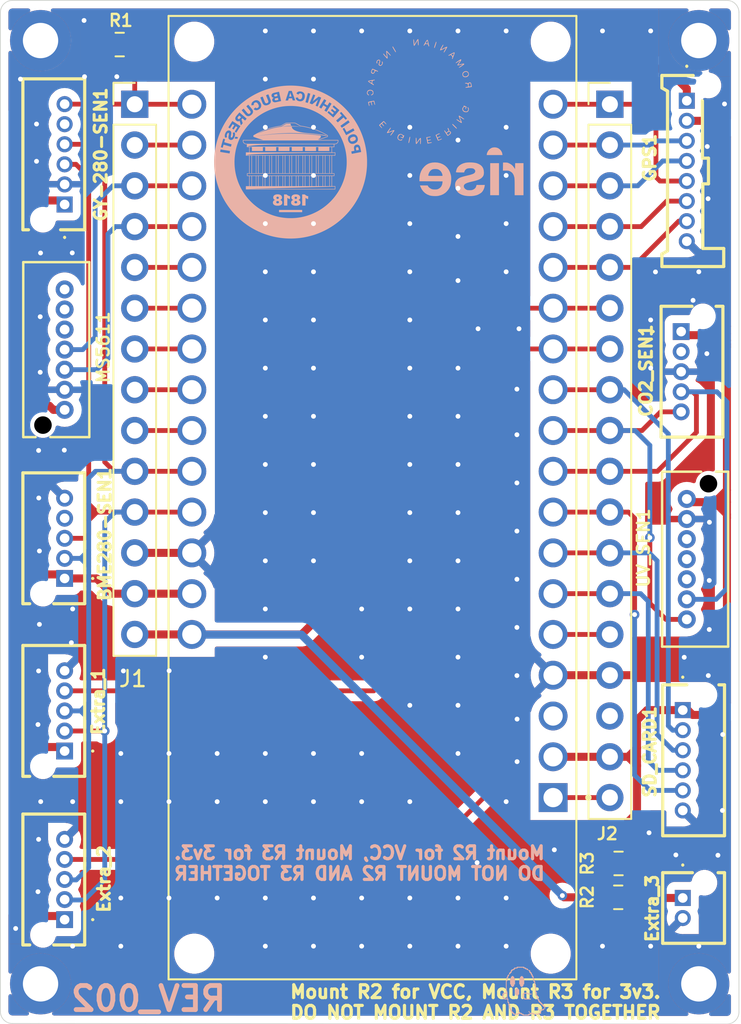
<source format=kicad_pcb>
(kicad_pcb (version 20240108) (generator "pcbnew") (generator_version "8.0")
  (layers (0 "F.Cu" signal) (31 "B.Cu" signal) (34 "B.Paste" user) (35 "F.Paste" user) (36 "B.SilkS" user "B.Silkscreen") (37 "F.SilkS" user "F.Silkscreen") (38 "B.Mask" user) (39 "F.Mask" user) (44 "Edge.Cuts" user))
  (net 0 "")
  (net 1 "A1")
  (net 2 "D11")
  (net 3 "SCL")
  (net 4 "A0")
  (net 5 "GND")
  (net 6 "SDA")
  (net 7 "A4")
  (net 8 "A3")
  (net 10 "SCK")
  (net 11 "3V3")
  (net 12 "MISO")
  (net 13 "A2")
  (net 14 "SCL_1")
  (net 15 "SDA_1")
  (net 16 "TX")
  (net 17 "VCC")
  (net 18 "RESET")
  (net 19 "RX")
  (net 20 "EN")
  (net 21 "MOSI")
  (net 22 "3Vo")
  (net 23 "SDO")
  (net 24 "CSB")
  (net 25 "PS")
  (net 27 "LED")
  (net 28 "INT")
  (net 30 "D5_TP2")
  (net 31 "D10_SDO")
  (net 32 "D9_CS")
  (net 33 "D6")
  (net 34 "D7")
  (net 35 "D3-TP1")
  (net 36 "D2_RST")
  (net 37 "D12_SDA")
  (net 38 "D13_SCL")
  (net 39 "CSB_1")
  (net 40 "3Vo_1")
  (net 41 "Net-(Extra_3-Pad1)")
  (footprint "Connector_PinHeader_2.54mm:PinHeader_1x14_P2.54mm_Vertical" (layer "F.Cu") (at 118.618 29.718)
    (property "Reference" "J1")
    (property "Value" "Conn_01x14_Pin" (hide yes))
  )
  (footprint "MountingHole:MountingHole_2.2mm_M2_DIN965_Pad" (layer "F.Cu") (at 112.75 25.75)
    (property "Reference" "H2" (hide yes))
    (property "Value" "MountingHole_Pad" (hide yes))
  )
  (footprint "SamacSys_Parts:2200970571" (layer "F.Cu") (at 114.25 80.5 -90)
    (property "Reference" "Extra_2")
    (property "Value" "Extra_2" (hide yes))
  )
  (footprint "SamacSys_Parts:2200970671" (layer "F.Cu") (at 114.25 35.96 -90)
    (property "Reference" "GY-280-SEN1")
    (property "Value" "GY-280-SEN" (hide yes))
  )
  (footprint "SamacSys_Parts:2200970871" (layer "F.Cu") (at 153 29.5 -90)
    (property "Reference" "GPS1")
    (property "Value" "GPS" (hide yes))
  )
  (footprint "Capacitor_SMD:C_0805_2012Metric" (layer "F.Cu") (at 148.73 79.11)
    (property "Reference" "R2")
    (property "Value" "0ohm" (hide yes))
  )
  (footprint "MountingHole:MountingHole_2.2mm_M2_DIN965_Pad" (layer "F.Cu") (at 153.75 84.5)
    (property "Reference" "H4" (hide yes))
    (property "Value" "MountingHole_Pad" (hide yes))
  )
  (footprint "DFR0654 (1):MODULE_DFR0654" (layer "F.Cu") (at 133.424 54.218 180)
    (property "Reference" "U1" (hide yes))
    (property "Value" "DFR0654" (hide yes))
  )
  (footprint "ul_2200970771:CONN_2200970000-SD_07_MOL" (layer "F.Cu") (at 153 54.3 -90)
    (property "Reference" "UV_SEN1")
    (property "Value" "UV_SEN" (hide yes))
  )
  (footprint "Connector_PinHeader_2.54mm:PinHeader_1x18_P2.54mm_Vertical" (layer "F.Cu") (at 148.209 29.718)
    (property "Reference" "J2")
    (property "Value" "Conn_01x18_Pin" (hide yes))
  )
  (footprint "SamacSys_Parts:2200970671" (layer "F.Cu") (at 152.75 67.45 90)
    (property "Reference" "SD_CARD1")
    (property "Value" "SD_CARD" (hide yes))
  )
  (footprint "SamacSys_Parts:2200970571" (layer "F.Cu") (at 152.65 43.875 90)
    (property "Reference" "CO2_SEN1")
    (property "Value" "CO2_SEN" (hide yes))
  )
  (footprint "SamacSys_Parts:2200970271" (layer "F.Cu") (at 152.75 79.15 90)
    (property "Reference" "Extra_3")
    (property "Value" "Extra_3" (hide yes))
  )
  (footprint "Capacitor_SMD:C_0805_2012Metric" (layer "F.Cu") (at 117.68 26)
    (property "Reference" "R1")
    (property "Value" "10k (DNM)" (hide yes))
  )
  (footprint "SamacSys_Parts:2200970571" (layer "F.Cu") (at 114.25 59.25 -90)
    (property "Reference" "BME280-SEN1")
    (property "Value" "BME280-SEN" (hide yes))
  )
  (footprint "MountingHole:MountingHole_2.2mm_M2_DIN965_Pad" (layer "F.Cu") (at 153.75 25.75)
    (property "Reference" "H1" (hide yes))
    (property "Value" "MountingHole_Pad" (hide yes))
  )
  (footprint "SamacSys_Parts:2200970571" (layer "F.Cu") (at 114.25 70 -90)
    (property "Reference" "Extra_1")
    (property "Value" "Extra_1" (hide yes))
  )
  (footprint "ul_2200970771:CONN_2200970000-SD_07_MOL" (layer "F.Cu") (at 114.25 48.75 90)
    (property "Reference" "MS5611")
    (property "Value" "MS5611" (hide yes))
  )
  (footprint "Capacitor_SMD:C_0805_2012Metric" (layer "F.Cu") (at 148.75 77)
    (property "Reference" "R3")
    (property "Value" "0ohm" (hide yes))
  )
  (footprint "MountingHole:MountingHole_2.2mm_M2_DIN965_Pad" (layer "F.Cu") (at 112.75 84.5)
    (property "Reference" "H3" (hide yes))
    (property "Value" "MountingHole_Pad" (hide yes))
  )
  (footprint "RISE_LOGO:RISE_LOGO" (layer "B.Cu") (at 137.95 30.55 180)
    (property "Reference" "G***" (hide yes))
    (property "Value" "LOGO" (hide yes))
  )
  (footprint "UPB_LOGO:UPB_LOGO" (layer "B.Cu") (at 128.35 33.35 180)
    (property "Reference" "G***" (hide yes))
    (property "Value" "LOGO" (hide yes))
  )
  (footprint "SPOOKY_LOGO:SPOOKY_LOGO" (layer "B.Cu") (at 142.739074 84.991249 180)
    (property "Reference" "G***" (hide yes))
    (property "Value" "LOGO" (hide yes))
  )
  (gr_line (start 114.3 34.7) (end 112.75 34.7) (stroke (width 0.4)) (layer "F.Cu") (net 5))
  (gr_line (start 154.3 55.55) (end 151.75 55.55) (stroke (width 0.4)) (layer "F.Cu") (net 5))
  (gr_line (start 152.85 46.375) (end 154.1 46.375) (stroke (width 0.4)) (layer "F.Cu") (net 5))
  (gr_line (start 114.25 47.5) (end 112.975 47.5) (stroke (width 0.4)) (layer "F.Cu") (net 5))
  (gr_line (start 152.85 46.375) (end 151.675 46.375) (stroke (width 0.4)) (layer "F.Cu") (net 5))
  (gr_line (start 112.975 47.5) (end 115.525 47.5) (stroke (width 0.4)) (layer "B.Cu") (net 5))
  (gr_line (start 112.975 34.7) (end 115.525 34.7) (stroke (width 0.4)) (layer "B.Cu") (net 5))
  (gr_line (start 153 55.55) (end 154.3 55.55) (stroke (width 0.4)) (layer "B.Cu") (net 5))
  (gr_line (start 152.925 46.375) (end 154.1 46.375) (stroke (width 0.4)) (layer "B.Cu") (net 5))
  (gr_line (start 152.5 46.375) (end 151.25 46.375) (stroke (width 0.4)) (layer "B.Cu") (net 5))
  (gr_arc (start 110.25 24) (mid 110.46967 23.46967) (end 111 23.25) (stroke (width 0.05)) (layer "Edge.Cuts"))
  (gr_arc (start 156.25 86.25) (mid 156.03033 86.78033) (end 155.5 87) (stroke (width 0.05)) (layer "Edge.Cuts"))
  (gr_line (start 156.25 24) (end 156.25 86.25) (stroke (width 0.05)) (layer "Edge.Cuts"))
  (gr_arc (start 155.5 23.25) (mid 156.03033 23.46967) (end 156.25 24) (stroke (width 0.05)) (layer "Edge.Cuts"))
  (gr_line (start 155.5 87) (end 111 86.96967) (stroke (width 0.05)) (layer "Edge.Cuts"))
  (gr_arc (start 111 86.96967) (mid 110.46967 86.75) (end 110.25 86.21967) (stroke (width 0.05)) (layer "Edge.Cuts"))
  (gr_line (start 110.25 86.21967) (end 110.25 24) (stroke (width 0.05)) (layer "Edge.Cuts"))
  (gr_line (start 111 23.25) (end 155.5 23.25) (stroke (width 0.05)) (layer "Edge.Cuts"))
  (gr_text "Mount R2 for VCC, Mount R3 for 3v3.\nDO NOT MOUNT R2 AND R3 TOGETHER " (at 144.25 78.1 0) (layer "B.SilkS") (effects (font (size 0.8 0.8) (thickness 0.2) (bold yes)) (justify left bottom mirror)))
  (gr_text "REV_002" (at 124.45 86.3 0) (layer "B.SilkS") (effects (font (size 1.5 1.5) (thickness 0.3) (bold yes)) (justify left bottom mirror)))
  (gr_text "Mount R2 for VCC, Mount R3 for 3v3.\nDO NOT MOUNT R2 AND R3 TOGETHER " (at 128.2 86.75 0) (layer "F.SilkS") (effects (font (size 0.8 0.8) (thickness 0.2) (bold yes)) (justify left bottom)))
  (segment (start 122.174 42.418) (end 118.618 42.418) (width 0.3) (layer "F.Cu") (net 1))
  (segment (start 122.174 32.258) (end 118.618 32.258) (width 0.3) (layer "F.Cu") (net 2))
  (segment (start 144.674 52.578) (end 148.209 52.578) (width 0.3) (layer "F.Cu") (net 3))
  (segment (start 148.209 52.578) (end 151.172 52.578) (width 0.3) (layer "F.Cu") (net 3))
  (segment (start 153.375 47.625) (end 152.65 47.625) (width 0.3) (layer "F.Cu") (net 3))
  (segment (start 153.6 47.85) (end 153.375 47.625) (width 0.3) (layer "F.Cu") (net 3))
  (segment (start 151.172 52.578) (end 153.6 50.15) (width 0.3) (layer "F.Cu") (net 3))
  (segment (start 153.6 50.15) (end 153.6 47.85) (width 0.3) (layer "F.Cu") (net 3))
  (segment (start 154.875 47.625) (end 152.65 47.625) (width 0.3) (layer "B.Cu") (net 3))
  (segment (start 155.5 48.25) (end 154.875 47.625) (width 0.3) (layer "B.Cu") (net 3))
  (segment (start 154.82 60.55) (end 155.5 59.87) (width 0.3) (layer "B.Cu") (net 3))
  (segment (start 155.5 59.87) (end 155.5 48.25) (width 0.3) (layer "B.Cu") (net 3))
  (segment (start 153 60.55) (end 154.82 60.55) (width 0.3) (layer "B.Cu") (net 3))
  (segment (start 122.174 39.878) (end 118.618 39.878) (width 0.3) (layer "F.Cu") (net 4))
  (segment (start 122.174 57.658) (end 118.618 57.658) (width 0.5) (layer "F.Cu") (net 5))
  (segment (start 144.674 65.278) (end 148.209 65.278) (width 0.5) (layer "F.Cu") (net 5))
  (via (at 153.39 41.93) (size 0.6) (drill 0.3) (layers "F.Cu" "B.Cu") (net 5))
  (via (at 152.32 76.47) (size 0.6) (drill 0.3) (layers "F.Cu" "B.Cu") (net 5))
  (via (at 154.4 59.375) (size 0.6) (drill 0.3) (layers "F.Cu" "B.Cu") (net 5))
  (via (at 147.75 82.15175) (size 0.6) (drill 0.3) (layers "F.Cu" "B.Cu") (net 5))
  (via (at 126.75 37.15175) (size 0.6) (drill 0.3) (layers "F.Cu" "B.Cu") (net 5))
  (via (at 135.75 52.15175) (size 0.6) (drill 0.3) (layers "F.Cu" "B.Cu") (net 5))
  (via (at 129.75 49.15175) (size 0.6) (drill 0.3) (layers "F.Cu" "B.Cu") (net 5))
  (via (at 117.5 28) (size 0.6) (drill 0.3) (layers "F.Cu" "B.Cu") (net 5))
  (via (at 151.05 40.16) (size 0.6) (drill 0.3) (layers "F.Cu" "B.Cu") (net 5))
  (via (at 129.75 31.15175) (size 0.6) (drill 0.3) (layers "F.Cu" "B.Cu") (net 5))
  (via (at 129.75 28.15175) (size 0.6) (drill 0.3) (layers "F.Cu" "B.Cu") (net 5))
  (via (at 141.75 79.15175) (size 0.6) (drill 0.3) (layers "F.Cu" "B.Cu") (net 5))
  (via (at 142.43 68.01) (size 0.6) (drill 0.3) (layers "F.Cu" "B.Cu") (net 5))
  (via (at 126.75 43.15175) (size 0.6) (drill 0.3) (layers "F.Cu" "B.Cu") (net 5))
  (via (at 126.75 34.15175) (size 0.6) (drill 0.3) (layers "F.Cu" "B.Cu") (net 5))
  (via (at 123.75 79.15175) (size 0.6) (drill 0.3) (layers "F.Cu" "B.Cu") (net 5))
  (via (at 114.23 51.26) (size 0.6) (drill 0.3) (layers "F.Cu" "B.Cu") (net 5))
  (via (at 112.73 46.41) (size 0.6) (drill 0.3) (layers "F.Cu" "B.Cu") (net 5))
  (via (at 142.42 47.46) (size 0.6) (drill 0.3) (layers "F.Cu" "B.Cu") (net 5))
  (via (at 112.63 65.01) (size 0.6) (drill 0.3) (layers "F.Cu" "B.Cu") (net 5))
  (via (at 112.68 57.54) (size 0.6) (drill 0.3) (layers "F.Cu" "B.Cu") (net 5))
  (via (at 112.5 33.27) (size 0.6) (drill 0.3) (layers "F.Cu" "B.Cu") (net 5))
  (via (at 154.94 76.49) (size 0.6) (drill 0.3) (layers "F.Cu" "B.Cu") (net 5))
  (via (at 129.75 70.15175) (size 0.6) (drill 0.3) (layers "F.Cu" "B.Cu") (net 5))
  (via (at 117.75 73.15175) (size 0.6) (drill 0.3) (layers "F.Cu" "B.Cu") (net 5))
  (via (at 126.75 58.15175) (size 0.6) (drill 0.3) (layers "F.Cu" "B.Cu") (net 5))
  (via (at 126.75 61.15175) (size 0.6) (drill 0.3) (layers "F.Cu" "B.Cu") (net 5))
  (via (at 138.75 67.15175) (size 0.6) (drill 0.3) (layers "F.Cu" "B.Cu") (net 5))
  (via (at 142.42 65.3) (size 0.6) (drill 0.3) (layers "F.Cu" "B.Cu") (net 5))
  (via (at 112.76 73.15) (size 0.6) (drill 0.3) (layers "F.Cu" "B.Cu") (net 5))
  (via (at 142.42 56.3) (size 0.6) (drill 0.3) (layers "F.Cu" "B.Cu") (net 5))
  (via (at 126.75 73.15175) (size 0.6) (drill 0.3) (layers "F.Cu" "B.Cu") (net 5))
  (via (at 139.94 76.95) (size 0.6) (drill 0.3) (layers "F.Cu" "B.Cu") (net 5))
  (via (at 132.75 64.15175) (size 0.6) (drill 0.3) (layers "F.Cu" "B.Cu") (net 5))
  (via (at 154.25 45.25) (size 0.6) (drill 0.3) (layers "F.Cu" "B.Cu") (net 5))
  (via (at 154.4 62.43) (size 0.6) (drill 0.3) (layers "F.Cu" "B.Cu") (net 5))
  (via (at 129.75 52.15175) (size 0.6) (drill 0.3) (layers "F.Cu" "B.Cu") (net 5))
  (via (at 112.59 68.35) (size 0.6) (drill 0.3) (layers "F.Cu" "B.Cu") (net 5))
  (via (at 126.75 79.15175) (size 0.6) (drill 0.3) (layers "F.Cu" "B.Cu") (net 5))
  (via (at 135.75 43.15175) (size 0.6) (drill 0.3) (layers "F.Cu" "B.Cu") (net 5))
  (via (at 114.75 61.15175) (size 0.6) (drill 0.3) (layers "F.Cu" "B.Cu") (net 5))
  (via (at 120.75 79.15175) (size 0.6) (drill 0.3) (layers "F.Cu" "B.Cu") (net 5))
  (via (at 117.75 79.15175) (size 0.6) (drill 0.3) (layers "F.Cu" "B.Cu") (net 5))
  (via (at 111.2 81.05) (size 0.6) (drill 0.3) (layers "F.Cu" "B.Cu") (net 5))
  (via (at 153.75 82.15175) (size 0.6) (drill 0.3) (layers "F.Cu" "B.Cu") (net 5))
  (via (at 129.75 79.15175) (size 0.6) (drill 0.3) (layers "F.Cu" "B.Cu") (net 5))
  (via (at 112.64 54.24) (size 0.6) (drill 0.3) (layers "F.Cu" "B.Cu") (net 5))
  (via (at 142.42 62.3) (size 0.6) (drill 0.3) (layers "F.Cu" "B.Cu") (net 5))
  (via (at 112.59 78.76) (size 0.6) (drill 0.3) (layers "F.Cu" "B.Cu") (net 5))
  (via (at 135.75 82.15175) (size 0.6) (drill 0.3) (layers "F.Cu" "B.Cu") (net 5))
  (via (at 150.75 82.15175) (size 0.6) (drill 0.3) (layers "F.Cu" "B.Cu") (net 5))
  (via (at 138.75 79.15175) (size 0.6) (drill 0.3) (layers "F.Cu" "B.Cu") (net 5))
  (via (at 132.75 79.15175) (size 0.6) (drill 0.3) (layers "F.Cu" "B.Cu") (net 5))
  (via (at 155.24 68.97) (size 0.6) (drill 0.3) (layers "F.Cu" "B.Cu") (net 5))
  (via (at 150.65 75.09) (size 0.6) (drill 0.3) (layers "F.Cu" "B.Cu") (net 5))
  (via (at 129.75 34.15175) (size 0.6) (drill 0.3) (layers "F.Cu" "B.Cu") (net 5))
  (via (at 112.63 75.5) (size 0.6) (drill 0.3) (layers "F.Cu" "B.Cu") (net 5))
  (via (at 112.73 42.95) (size 0.6) (drill 0.3) (layers "F.Cu" "B.Cu") (net 5))
  (via (at 153.75 40.15175) (size 0.6) (drill 0.3) (layers "F.Cu" "B.Cu") (net 5))
  (via (at 117.75 70.15175) (size 0.6) (drill 0.3) (layers "F.Cu" "B.Cu") (net 5))
  (via (at 141.75 34.15175) (size 0.6) (drill 0.3) (layers "F.Cu" "B.Cu") (net 5))
  (via (at 114.725 38.975) (size 0.6) (drill 0.3) (layers "F.Cu" "B.Cu") (net 5))
  (via (at 154.275 32.35) (size 0.6) (drill 0.3) (layers "F.Cu" "B.Cu") (net 5))
  (via (at 142.43 70.66) (size 0.6) (drill 0.3) (layers "F.Cu" "B.Cu") (net 5))
  (via (at 138.75 34.95) (size 0.6) (drill 0.3) (layers "F.Cu" "B.Cu") (net 5))
  (via (at 120.75 73.15175) (size 0.6) (drill 0.3) (layers "F.Cu" "B.Cu") (net 5))
  (via (at 135.75 25.15175) (size 0.6) (drill 0.3) (layers "F.Cu" "B.Cu") (net 5))
  (via (at 132.75 82.15175) (size 0.6) (drill 0.3) (layers "F.Cu" "B.Cu") (net 5))
  (via (at 141.75 82.15175) (size 0.6) (drill 0.3) (layers "F.Cu" "B.Cu") (net 5))
  (via (at 138.75 25.15175) (size 0.6) (drill 0.3) (layers "F.Cu" "B.Cu") (net 5))
  (via (at 129.75 58.15175) (size 0.6) (drill 0.3) (layers "F.Cu" "B.Cu") (net 5))
  (via (at 120.75 70.15175) (size 0.6) (drill 0.3) (layers "F.Cu" "B.Cu") (net 5))
  (via (at 117.91 65.01) (size 0.6) (drill 0.3) (layers "F.Cu" "B.Cu") (net 5))
  (via (at 141.75 40.15175) (size 0.6) (drill 0.3) (layers "F.Cu" "B.Cu") (net 5))
  (via (at 112.75 38.98) (size 0.6) (drill 0.3) (layers "F.Cu" "B.Cu") (net 5))
  (via (at 120.76 65) (size 0.6) (drill 0.3) (layers "F.Cu" "B.Cu") (net 5))
  (via (at 111.5 28.15175) (size 0.6) (drill 0.3) (layers "F.Cu" "B.Cu") (net 5))
  (via (at 135.75 55.15175) (size 0.6) (drill 0.3) (layers "F.Cu" "B.Cu") (net 5))
  (via (at 135.75 46.15175) (size 0.6) (drill 0.3) (layers "F.Cu" "B.Cu") (net 5))
  (via (at 115.49 28) (size 0.6) (drill 0.3) (layers "F.Cu" "B.Cu") (net 5))
  (via (at 129.75 82.15175) (size 0.6) (drill 0.3) (layers "F.Cu" "B.Cu") (net 5))
  (via (at 138.75 61.15175) (size 0.6) (drill 0.3) (layers "F.Cu" "B.Cu") (net 5))
  (via (at 150.75 46.15175) (size 0.6) (drill 0.3) (layers "F.Cu" "B.Cu") (net 5))
  (via (at 114.75 82.15175) (size 0.6) (drill 0.3) (layers "F.Cu" "B.Cu") (net 5))
  (via (at 126.75 31.15175) (size 0.6) (drill 0.3) (layers "F.Cu" "B.Cu") (net 5))
  (via (at 154.325 35.6) (size 0.6) (drill 0.3) (layers "F.Cu" "B.Cu") (net 5))
  (via (at 114.75 73.15175) (size 0.6) (drill 0.3) (layers "F.Cu" "B.Cu") (net 5))
  (via (at 115.46 24.5) (size 0.6) (drill 0.3) (layers "F.Cu" "B.Cu") (net 5))
  (via (at 147.75 25.15175) (size 0.6) (drill 0.3) (layers "F.Cu" "B.Cu") (net 5))
  (via (at 126.75 28.15175) (size 0.6) (drill 0.3) (layers "F.Cu" "B.Cu") (net 5))
  (via (at 138.75 55.15175) (size 0.6) (drill 0.3) (layers "F.Cu" "B.Cu") (net 5))
  (via (at 132.75 25.15175) (size 0.6) (drill 0.3) (layers "F.Cu" "B.Cu") (net 5))
  (via (at 138.75 70.15175) (size 0.6) (drill 0.3) (layers "F.Cu" "B.Cu") (net 5))
  (via (at 129.75 73.15175) (size 0.6) (drill 0.3) (layers "F.Cu" "B.Cu") (net 5))
  (via (at 142.42 59.3) (size 0.6) (drill 0.3) (layers "F.Cu" "B.Cu") (net 5))
  (via (at 135.75 79.15175) (size 0.6) (drill 0.3) (layers "F.Cu" "B.Cu") (net 5))
  (via (at 141.75 73.15175) (size 0.6) (drill 0.3) (layers "F.Cu" "B.Cu") (net 5))
  (via (at 141.75 25.15175) (size 0.6) (drill 0.3) (layers "F.Cu" "B.Cu") (net 5))
  (via (at 129.75 46.15175) (size 0.6) (drill 0.3) (layers "F.Cu" "B.Cu") (net 5))
  (via (at 150.75 43.15175) (size 0.6) (drill 0.3) (layers "F.Cu" "B.Cu") (net 5))
  (via (at 138.75 49.15175) (size 0.6) (drill 0.3) (layers "F.Cu" "B.Cu") (net 5))
  (via (at 138.75 37.95) (size 0.6) (drill 0.3) (layers "F.Cu" "B.Cu") (net 5))
  (via (at 126.75 70.15175) (size 0.6) (drill 0.3) (layers "F.Cu" "B.Cu") (net 5))
  (via (at 132.75 61.15175) (size 0.6) (drill 0.3) (layers "F.Cu" "B.Cu") (net 5))
  (via (at 135.75 37.15175) (size 0.6) (drill 0.3) (layers "F.Cu" "B.Cu") (net 5))
  (via (at 129.75 55.15175) (size 0.6) (drill 0.3) (layers "F.Cu" "B.Cu") (net 5))
  (via (at 129.75 37.15175) (size 0.6) (drill 0.3) (layers "F.Cu" "B.Cu") (net 5))
  (via (at 135.75 58.15175) (size 0.6) (drill 0.3) (layers "F.Cu" "B.Cu") (net 5))
  (via (at 142.42 53.3) (size 0.6) (drill 0.3) (layers "F.Cu" "B.Cu") (net 5))
  (via (at 132.75 73.15175) (size 0.6) (drill 0.3) (layers "F.Cu" "B.Cu") (net 5))
  (via (at 126.75 55.15175) (size 0.6) (drill 0.3) (layers "F.Cu" "B.Cu") (net 5))
  (via (at 135.75 61.15175) (size 0.6) (drill 0.3) (layers "F.Cu" "B.Cu") (net 5))
  (via (at 138.75 40.7) (size 0.6) (drill 0.3) (layers "F.Cu" "B.Cu") (net 5))
  (via (at 132.75 70.15175) (size 0.6) (drill 0.3) (layers "F.Cu" "B.Cu") (net 5))
  (via (at 138.75 82.15175) (size 0.6) (drill 0.3) (layers "F.Cu" "B.Cu") (net 5))
  (via (at 126.75 64.15175) (size 0.6) (drill 0.3) (layers "F.Cu" "B.Cu") (net 5))
  (via (at 155.35 29.7) (size 0.6) (drill 0.3) (layers "F.Cu" "B.Cu") (net 5))
  (via (at 138.75 58.15175) (size 0.6) (drill 0.3) (layers "F.Cu" "B.Cu") (net 5))
  (via (at 129.75 40.15175) (size 0.6) (drill 0.3) (layers "F.Cu" "B.Cu") (net 5))
  (via (at 126.75 82.15175) (size 0.6) (drill 0.3) (layers "F.Cu" "B.Cu") (net 5))
  (via (at 135.75 31.15175) (size 0.6) (drill 0.3) (layers "F.Cu" "B.Cu") (net 5))
  (via (at 138.75 64.15175) (size 0.6) (drill 0.3) (layers "F.Cu" "B.Cu") (net 5))
  (via (at 135.75 40.15175) (size 0.6) (drill 0.3) (layers "F.Cu" "B.Cu") (net 5))
  (via (at 112.63 51.28) (size 0.6) (drill 0.3) (layers "F.Cu" "B.Cu") (net 5))
  (via (at 112.5 30.95) (size 0.6) (drill 0.3) (layers "F.Cu" "B.Cu") (net 5))
  (via (at 141.75 31.15175) (size 0.6) (drill 0.3) (layers "F.Cu" "B.Cu") (net 5))
  (via (at 135.75 67.15175) (size 0.6) (drill 0.3) (layers "F.Cu" "B.Cu") (net 5))
  (via (at 126.75 46.15175) (size 0.6) (drill 0.3) (layers "F.Cu" "B.Cu") (net 5))
  (via (at 142.42 50.3) (size 0.6) (drill 0.3) (layers "F.Cu" "B.Cu") (net 5))
  (via (at 154.34 65.3) (size 0.6) (drill 0.3) (layers "F.Cu" "B.Cu") (net 5))
  (via (at 152.84 64.16) (size 0.6) (drill 0.3) (layers "F.Cu" "B.Cu") (net 5))
  (via (at 126.75 49.15175) (size 0.6) (drill 0.3) (layers "F.Cu" "B.Cu") (net 5))
  (via (at 112.68 62.11) (size 0.6) (drill 0.3) (layers "F.Cu" "B.Cu") (net 5))
  (via (at 150.75 25.15175) (size 0.6) (drill 0.3) (layers "F.Cu" "B.Cu") (net 5))
  (via (at 154.41 55.75) (size 0.6) (drill 0.3) (layers "F.Cu" "B.Cu") (net 5))
  (via (at 123.75 73.15175) (size 0.6) (drill 0.3) (layers "F.Cu" "B.Cu") (net 5))
  (via (at 138.75 52.15175) (size 0.6) (drill 0.3) (layers "F.Cu" "B.Cu") (net 5))
  (via (at 138.75 31.95) (size 0.6) (drill 0.3) (layers "F.Cu" "B.Cu") (net 5))
  (via (at 140 43.7) (size 0.6) (drill 0.3) (layers "F.Cu" "B.Cu") (net 5))
  (via (at 126.75 25.15175) (size 0.6) (drill 0.3) (layers "F.Cu" "B.Cu") (net 5))
  (via (at 135.75 49.15175) (size 0.6) (drill 0.3) (layers "F.Cu" "B.Cu") (net 5))
  (via (at 135.75 73.15175) (size 0.6) (drill 0.3) (layers "F.Cu" "B.Cu") (net 5))
  (via (at 123.75 70.15175) (size 0.6) (drill 0.3) (layers "F.Cu" "B.Cu") (net 5))
  (via (at 114.67 63.25) (size 0.6) (drill 0.3) (layers "F.Cu" "B.Cu") (net 5))
  (via (at 155.22 73.7) (size 0.6) (drill 0.3) (layers "F.Cu" "B.Cu") (net 5))
  (via (at 129.75 43.15175) (size 0.6) (drill 0.3) (layers "F.Cu" "B.Cu") (net 5))
  (via (at 129.75 25.15175) (size 0.6) (drill 0.3) (layers "F.Cu" "B.Cu") (net 5))
  (via (at 126.75 40.15175) (size 0.6) (drill 0.3) (layers "F.Cu" "B.Cu") (net 5))
  (via (at 138.75 46.15175) (size 0.6) (drill 0.3) (layers "F.Cu" "B.Cu") (net 5))
  (via (at 117.75 82.15175) (size 0.6) (drill 0.3) (layers "F.Cu" "B.Cu") (net 5))
  (via (at 126.75 52.15175) (size 0.6) (drill 0.3) (layers "F.Cu" "B.Cu") (net 5))
  (via (at 144.75 76.15175) (size 0.6) (drill 0.3) (layers "F.Cu" "B.Cu") (net 5))
  (via (at 142.55 43.7) (size 0.6) (drill 0.3) (layers "F.Cu" "B.Cu") (net 5))
  (via (at 141.75 37.15175) (size 0.6) (drill 0.3) (layers "F.Cu" "B.Cu") (net 5))
  (via (at 135.75 34.15175) (size 0.6) (drill 0.3) (layers "F.Cu" "B.Cu") (net 5))
  (segment (start 148.209 50.038) (end 150.212 50.038) (width 0.3) (layer "F.Cu") (net 6))
  (segment (start 151.375 48.875) (end 152.65 48.875) (width 0.3) (layer "F.Cu") (net 6))
  (segment (start 150.212 50.038) (end 151.375 48.875) (width 0.3) (layer "F.Cu") (net 6))
  (segment (start 150.7 60.8) (end 150.7 56.708) (width 0.3) (layer "F.Cu") (net 6))
  (segment (start 144.674 50.038) (end 148.209 50.038) (width 0.3) (layer "F.Cu") (net 6))
  (segment (start 153 61.8) (end 151.7 61.8) (width 0.3) (layer "F.Cu") (net 6))
  (segment (start 151.7 61.8) (end 150.7 60.8) (width 0.3) (layer "F.Cu") (net 6))
  (via (at 150.7 56.708) (size 0.6) (drill 0.3) (layers "F.Cu" "B.Cu") (net 6))
  (segment (start 149.778 50.038) (end 148.209 50.038) (width 0.3) (layer "B.Cu") (net 6))
  (segment (start 150.7 56.708) (end 150.7 50.96) (width 0.3) (layer "B.Cu") (net 6))
  (segment (start 150.7 50.96) (end 149.778 50.038) (width 0.3) (layer "B.Cu") (net 6))
  (segment (start 122.174 50.038) (end 118.618 50.038) (width 0.3) (layer "F.Cu") (net 7))
  (segment (start 122.174 47.498) (end 118.618 47.498) (width 0.3) (layer "F.Cu") (net 8))
  (segment (start 144.674 60.198) (end 148.209 60.198) (width 0.3) (layer "F.Cu") (net 10))
  (segment (start 151.2 71.2) (end 152.75 71.2) (width 0.3) (layer "B.Cu") (net 10))
  (segment (start 150.125 60.198) (end 150.6 60.673) (width 0.3) (layer "B.Cu") (net 10))
  (segment (start 148.209 60.198) (end 150.125 60.198) (width 0.3) (layer "B.Cu") (net 10))
  (segment (start 150.6 60.673) (end 150.6 70.6) (width 0.3) (layer "B.Cu") (net 10))
  (segment (start 150.6 70.6) (end 151.2 71.2) (width 0.3) (layer "B.Cu") (net 10))
  (segment (start 111.25 79.35) (end 112.175 80.275) (width 0.5) (layer "F.Cu") (net 11))
  (segment (start 112 48.5) (end 113.3 48.5) (width 0.5) (layer "F.Cu") (net 11))
  (segment (start 149.9 68.075) (end 150.525 67.45) (width 0.5) (layer "F.Cu") (net 11))
  (segment (start 152.875 44.1) (end 152.65 43.875) (width 0.5) (layer "F.Cu") (net 11))
  (segment (start 111.25 49) (end 111.25 48.75) (width 0.5) (layer "F.Cu") (net 11))
  (segment (start 155.5 31.75) (end 155.5 43.55) (width 0.5) (layer "F.Cu") (net 11))
  (segment (start 147.8 75.95) (end 147.8 77) (width 0.5) (layer "F.Cu") (net 11))
  (segment (start 111.25 59.5) (end 111.25 59) (width 0.5) (layer "F.Cu") (net 11))
  (segment (start 155.5 55.5) (end 155.5 67) (width 0.5) (layer "F.Cu") (net 11))
  (segment (start 117.198 60.198) (end 116.25 59.25) (width 0.5) (layer "F.Cu") (net 11))
  (segment (start 149.9 69.8) (end 149.9 69.808) (width 0.5) (layer "F.Cu") (net 11))
  (segment (start 111.25 68.75) (end 111.25 69) (width 0.5) (layer "F.Cu") (net 11))
  (segment (start 155.5 43.55) (end 155.5 44) (width 0.5) (layer "F.Cu") (net 11))
  (segment (start 155.5 44.425) (end 155.5 44.85) (width 0.5) (layer "F.Cu") (net 11))
  (segment (start 111.25 50.25) (end 111.25 49.75) (width 0.5) (layer "F.Cu") (net 11))
  (segment (start 155.5 55.25) (end 155.5 55.5) (width 0.5) (layer "F.Cu") (net 11))
  (segment (start 153.2 54.5) (end 154.5 54.5) (width 0.5) (layer "F.Cu") (net 11))
  (segment (start 114 69.75) (end 114.25 70) (width 0.5) (layer "F.Cu") (net 11))
  (segment (start 111.25 49.5) (end 111.25 49.25) (width 0.5) (layer "F.Cu") (net 11))
  (segment (start 155.5 44.85) (end 155.5 53.75) (width 0.5) (layer "F.Cu") (net 11))
  (segment (start 111.25 30.95) (end 116.2 26) (width 0.5) (layer "F.Cu") (net 11))
  (segment (start 153 54.3) (end 153.2 54.5) (width 0.5) (layer "F.Cu") (net 11))
  (segment (start 155.5 53.75) (end 155.5 54.5) (width 0.5) (layer "F.Cu") (net 11))
  (segment (start 111.25 69) (end 112 69.75) (width 0.5) (layer "F.Cu") (net 11))
  (segment (start 149.9 69.8) (end 149.9 68.075) (width 0.5) (layer "F.Cu") (net 11))
  (segment (start 154.75 67.75) (end 153.364214 67.75) (width 0.5) (layer "F.Cu") (net 11))
  (segment (start 118.618 60.198) (end 117.198 60.198) (width 0.5) (layer "F.Cu") (net 11))
  (segment (start 111.25 48) (end 111.25 47.75) (width 0.5) (layer "F.Cu") (net 11))
  (segment (start 111.25 47.75) (end 112 48.5) (width 0.5) (layer "F.Cu") (net 11))
  (segment (start 112.175 80.275) (end 114.025 80.275) (width 0.5) (layer "F.Cu") (net 11))
  (segment (start 149.35 70.358) (end 149.892 70.358) (width 0.5) (layer "F.Cu") (net 11))
  (segment (start 113.3 48.5) (end 113.55 48.75) (width 0.5) (layer "F.Cu") (net 11))
  (segment (start 111.25 69) (end 111.25 69.5) (width 0.5) (layer "F.Cu") (net 11))
  (segment (start 154.8 44.1) (end 152.875 44.1) (width 0.5) (layer "F.Cu") (net 11))
  (segment (start 149.9 70.908) (end 149.9 73.85) (width 0.5) (layer "F.Cu") (net 11))
  (segment (start 155.5 44.65) (end 154.95 44.1) (width 0.5) (layer "F.Cu") (net 11))
  (segment (start 111.25 69.5) (end 111.25 69.75) (width 0.5) (layer "F.Cu") (net 11))
  (segment (start 153 30.75) (end 154.5 30.75) (width 0.5) (layer "F.Cu") (net 11))
  (segment (start 116.25 59.25) (end 114.25 59.25) (width 0.5) (layer "F.Cu") (net 11))
  (segment (start 116.2 26) (end 116.73 26) (width 0.5) (layer "F.Cu") (net 11))
  (segment (start 111.25 36.36) (end 111.9 35.71) (width 0.5) (layer "F.Cu") (net 11))
  (segment (start 111.25 60.5) (end 111.25 68.75) (width 0.5) (layer "F.Cu") (net 11))
  (segment (start 111.8 59) (end 111.25 59) (width 0.5) (layer "F.Cu") (net 11))
  (segment (start 111.25 70.5) (end 112 69.75) (width 0.5) (layer "F.Cu") (net 11))
  (segment (start 155.5 44) (end 155.5 44.425) (width 0.5) (layer "F.Cu") (net 11))
  (segment (start 111.25 70.25) (end 111.25 70.5) (width 0.5) (layer "F.Cu") (net 11))
  (segment (start 150.525 67.45) (end 152.9 67.45) (width 0.5) (layer "F.Cu") (net 11))
  (segment (start 111.25 49.75) (end 111.25 49.5) (width 0.5) (layer "F.Cu") (net 11))
  (segment (start 111.3 59.5) (end 111.8 59) (width 0.5) (layer "F.Cu") (net 11))
  (segment (start 154.75 54.5) (end 155.5 53.75) (width 0.5) (layer "F.Cu") (net 11))
  (segment (start 111.25 59) (end 111.25 58.75) (width 0.5) (layer "F.Cu") (net 11))
  (segment (start 153.064214 67.45) (end 152.9 67.45) (width 0.5) (layer "F.Cu") (net 11))
  (segment (start 114.025 80.275) (end 114.25 80.5) (width 0.5) (layer "F.Cu") (net 11))
  (segment (start 155.5 44.425) (end 155.175 44.1) (width 0.5) (layer "F.Cu") (net 11))
  (segment (start 111.25 48.75) (end 111.25 48) (width 0.5) (layer "F.Cu") (net 11))
  (segment (start 111.25 58.45) (end 111.8 59) (width 0.5) (layer "F.Cu") (net 11))
  (segment (start 114.31 35.96) (end 114.5 35.96) (width 0.5) (layer "F.Cu") (net 11))
  (segment (start 111.25 48.25) (end 111.25 48) (width 0.5) (layer "F.Cu") (net 11))
  (segment (start 118.618 60.198) (end 118.566 60.25) (width 0.5) (layer "F.Cu") (net 11))
  (segment (start 149.892 70.358) (end 149.9 70.35) (width 0.5) (layer "F.Cu") (net 11))
  (segment (start 111.25 58.75) (end 111.25 58.4) (width 0.5) (layer "F.Cu") (net 11))
  (segment (start 149.9 73.85) (end 147.8 75.95) (width 0.5) (layer "F.Cu") (net 11))
  (segment (start 149.9 70.925) (end 149.9 70.908) (width 0.5) (layer "F.Cu") (net 11))
  (segment (start 149.9 70.35) (end 149.9 70.925) (width 0.5) (layer "F.Cu") (net 11))
  (segment (start 149.9 69.808) (end 149.35 70.358) (width 0.5) (layer "F.Cu") (net 11))
  (segment (start 154.75 54.5) (end 155.5 55.25) (width 0.5) (layer "F.Cu") (net 11))
  (segment (start 113.55 48.75) (end 114.25 48.75) (width 0.5) (layer "F.Cu") (net 11))
  (segment (start 155.5 67) (end 154.75 67.75) (width 0.5) (layer "F.Cu") (net 11))
  (segment (start 112 69.75) (end 114 69.75) (width 0.5) (layer "F.Cu") (net 11))
  (segment (start 149.9 70.908) (end 149.35 70.358) (width 0.5) (layer "F.Cu") (net 11))
  (segment (start 112 48.5) (end 111.5 48.5) (width 0.5) (layer "F.Cu") (net 11))
  (segment (start 111.25 58.4) (end 111.25 58.45) (width 0.5) (layer "F.Cu") (net 11))
  (segment (start 153.364214 67.75) (end 153.064214 67.45) (width 0.5) (layer "F.Cu") (net 11))
  (segment (start 155.5 54.5) (end 155.5 55.5) (width 0.5) (layer "F.Cu") (net 11))
  (segment (start 114 59) (end 114.25 59.25) (width 0.5) (layer "F.Cu") (net 11))
  (segment (start 111.25 69.75) (end 111.25 70.25) (width 0.5) (layer "F.Cu") (net 11))
  (segment (start 111.25 49.25) (end 112 48.5) (width 0.5) (layer "F.Cu") (net 11))
  (segment (start 111.9 35.71) (end 114 35.71) (width 0.5) (layer "F.Cu") (net 11))
  (segment (start 111.25 69.75) (end 112 69.75) (width 0.5) (layer "F.Cu") (net 11))
  (segment (start 122.174 60.198) (end 118.618 60.198) (width 0.5) (layer "F.Cu") (net 11))
  (segment (start 111.25 70.75) (end 111.25 70.5) (width 0.5) (layer "F.Cu") (net 11))
  (segment (start 114 35.71) (end 114.25 35.96) (width 0.5) (layer "F.Cu") (net 11))
  (segment (start 144.674 70.358) (end 148.209 70.358) (width 0.5) (layer "F.Cu") (net 11))
  (segment (start 111.25 70.5) (end 111.25 79.35) (width 0.5) (layer "F.Cu") (net 11))
  (segment (start 154.5 54.5) (end 154.75 54.5) (width 0.5) (layer "F.Cu") (net 11))
  (segment (start 148.209 70.358) (end 149.35 70.358) (width 0.5) (layer "F.Cu") (net 11))
  (segment (start 155.175 44.1) (end 154.8 44.1) (width 0.5) (layer "F.Cu") (net 11))
  (segment (start 154.5 30.75) (end 155.5 31.75) (width 0.5) (layer "F.Cu") (net 11))
  (segment (start 111.25 58.4) (end 111.25 50.25) (width 0.5) (layer "F.Cu") (net 11))
  (segment (start 155.5 44.85) (end 155.5 44.65) (width 0.5) (layer "F.Cu") (net 11))
  (segment (start 149.9 70.35) (end 149.9 69.8) (width 0.5) (layer "F.Cu") (net 11))
  (segment (start 111.25 47.75) (end 111.25 36.36) (width 0.5) (layer "F.Cu") (net 11))
  (segment (start 111.8 59) (end 114 59) (width 0.5) (layer "F.Cu") (net 11))
  (segment (start 111.25 49.5) (end 111.25 49) (width 0.5) (layer "F.Cu") (net 11))
  (segment (start 111.25 59.5) (end 111.25 60.5) (width 0.5) (layer "F.Cu") (net 11))
  (segment (start 155.5 43.55) (end 154.95 44.1) (width 0.5) (layer "F.Cu") (net 11))
  (segment (start 154.95 44.1) (end 154.8 44.1) (width 0.5) (layer "F.Cu") (net 11))
  (segment (start 154.5 54.5) (end 155.5 54.5) (width 0.5) (layer "F.Cu") (net 11))
  (segment (start 111.25 59.5) (end 111.3 59.5) (width 0.5) (layer "F.Cu") (net 11))
  (segment (start 153.2 54.5) (end 154.75 54.5) (width 0.5) (layer "F.Cu") (net 11))
  (segment (start 111.25 36.36) (end 111.25 30.95) (width 0.5) (layer "F.Cu") (net 11))
  (segment (start 149.368 55.118) (end 148.209 55.118) (width 0.3) (layer "F.Cu") (net 12))
  (segment (start 149.75 61.5) (end 149.75 55.5) (width 0.3) (layer "F.Cu") (net 12))
  (segment (start 149.75 55.5) (end 149.368 55.118) (width 0.3) (layer "F.Cu") (net 12))
  (segment (start 144.674 55.118) (end 148.209 55.118) (width 0.3) (layer "F.Cu") (net 12))
  (via (at 149.75 61.5) (size 0.6) (drill 0.3) (layers "F.Cu" "B.Cu") (net 12))
  (segment (start 149.75 71.5) (end 149.75 61.5) (width 0.3) (layer "B.Cu") (net 12))
  (segment (start 150.7 72.45) (end 149.75 71.5) (width 0.3) (layer "B.Cu") (net 12))
  (segment (start 152.75 72.45) (end 150.7 72.45) (width 0.3) (layer "B.Cu") (net 12))
  (segment (start 122.174 44.958) (end 118.618 44.958) (width 0.3) (layer "F.Cu") (net 13))
  (segment (start 116.257 55.118) (end 118.618 55.118) (width 0.3) (layer "F.Cu") (net 14))
  (segment (start 116.257 55.118) (end 115.868 55.118) (width 0.3) (layer "F.Cu") (net 14))
  (segment (start 115.75 56.5) (end 115.5 56.75) (width 0.3) (layer "F.Cu") (net 14))
  (segment (start 114.96 33.46) (end 115.75 34.25) (width 0.3) (layer "F.Cu") (net 14))
  (segment (start 115.868 55.118) (end 115.75 55) (width 0.3) (layer "F.Cu") (net 14))
  (segment (start 115.75 55.625) (end 115.75 56.5) (width 0.3) (layer "F.Cu") (net 14))
  (segment (start 115.75 55.625) (end 116.257 55.118) (width 0.3) (layer "F.Cu") (net 14))
  (segment (start 115.75 54.611) (end 116.257 55.118) (width 0.3) (layer "F.Cu") (net 14))
  (segment (start 115.75 55) (end 115.75 54.611) (width 0.3) (layer "F.Cu") (net 14))
  (segment (start 122.174 55.118) (end 118.618 55.118) (width 0.3) (layer "F.Cu") (net 14))
  (segment (start 116.75 68.75) (end 114.25 68.75) (width 0.3) (layer "F.Cu") (net 14))
  (segment (start 114.25 33.46) (end 114.96 33.46) (width 0.3) (layer "F.Cu") (net 14))
  (segment (start 115.5 56.75) (end 114.25 56.75) (width 0.3) (layer "F.Cu") (net 14))
  (segment (start 115.75 34.25) (end 115.75 54.611) (width 0.3) (layer "F.Cu") (net 14))
  (segment (start 115.75 55.625) (end 115.75 55) (width 0.3) (layer "F.Cu") (net 14))
  (via (at 116.75 68.75) (size 0.6) (drill 0.3) (layers "F.Cu" "B.Cu") (net 14))
  (segment (start 116.75 68.75) (end 116.75 78) (width 0.3) (layer "B.Cu") (net 14))
  (segment (start 116.75 68.75) (end 116.75 55.75) (width 0.3) (layer "B.Cu") (net 14))
  (segment (start 114.275 79.275) (end 114.25 79.25) (width 0.3) (layer "B.Cu") (net 14))
  (segment (start 116.75 55.75) (end 117.382 55.118) (width 0.3) (layer "B.Cu") (net 14))
  (segment (start 116.75 78) (end 115.475 79.275) (width 0.3) (layer "B.Cu") (net 14))
  (segment (start 115.475 79.275) (end 114.275 79.275) (width 0.3) (layer "B.Cu") (net 14))
  (segment (start 117.382 55.118) (end 118.618 55.118) (width 0.3) (layer "B.Cu") (net 14))
  (segment (start 116.75 33.5) (end 116.75 52) (width 0.3) (layer "F.Cu") (net 15))
  (segment (start 115.46 32.21) (end 116.75 33.5) (width 0.3) (layer "F.Cu") (net 15))
  (segment (start 116.75 52) (end 117.328 52.578) (width 0.3) (layer "F.Cu") (net 15))
  (segment (start 117.328 52.578) (end 118.618 52.578) (width 0.3) (layer "F.Cu") (net 15))
  (segment (start 122.174 52.578) (end 118.618 52.578) (width 0.3) (layer "F.Cu") (net 15))
  (segment (start 114.25 32.21) (end 115.46 32.21) (width 0.3) (layer "F.Cu") (net 15))
  (segment (start 114 58) (end 114.25 58.25) (width 0.3) (layer "B.Cu") (net 15))
  (segment (start 115.75 57.5) (end 115.75 57.75) (width 0.3) (layer "B.Cu") (net 15))
  (segment (start 115.75 57.5) (end 115.25 58) (width 0.3) (layer "B.Cu") (net 15))
  (segment (start 116.172 52.578) (end 115.75 53) (width 0.3) (layer "B.Cu") (net 15))
  (segment (start 115.75 58.5) (end 115.25 58) (width 0.3) (layer "B.Cu") (net 15))
  (segment (start 115.25 58) (end 115.75 58) (width 0.3) (layer "B.Cu") (net 15))
  (segment (start 114.975 78.025) (end 114.275 78.025) (width 0.3) (layer "B.Cu") (net 15))
  (segment (start 115.25 67.5) (end 115.75 67.5) (width 0.3) (layer "B.Cu") (net 15))
  (segment (start 115.75 53) (end 115.75 57.5) (width 0.3) (layer "B.Cu") (net 15))
  (segment (start 115.75 58.5) (end 115.75 58.75) (width 0.3) (layer "B.Cu") (net 15))
  (segment (start 115.75 68) (end 115.75 67.5) (width 0.3) (layer "B.Cu") (net 15))
  (segment (start 114.275 78.025) (end 114.25 78) (width 0.3) (layer "B.Cu") (net 15))
  (segment (start 115.25 67.5) (end 114.25 67.5) (width 0.3) (layer "B.Cu") (net 15))
  (segment (start 115.75 58) (end 115.75 58.25) (width 0.3) (layer "B.Cu") (net 15))
  (segment (start 114.975 78.025) (end 115.75 77.25) (width 0.3) (layer "B.Cu") (net 15))
  (segment (start 115.25 67.5) (end 115.75 68) (width 0.3) (layer "B.Cu") (net 15))
  (segment (start 115.75 57.75) (end 115.75 58) (width 0.3) (layer "B.Cu") (net 15))
  (segment (start 115.75 67) (end 115.75 59.75) (width 0.3) (layer "B.Cu") (net 15))
  (segment (start 115.75 59.25) (end 115.75 58.75) (width 0.3) (layer "B.Cu") (net 15))
  (segment (start 115.75 77.25) (end 115.75 68) (width 0.3) (layer "B.Cu") (net 15))
  (segment (start 115.75 67.5) (end 115.75 67) (width 0.3) (layer "B.Cu") (net 15))
  (segment (start 115.25 67.5) (end 115.75 67) (width 0.3) (layer "B.Cu") (net 15))
  (segment (start 115.75 58.25) (end 115.75 58.5) (width 0.3) (layer "B.Cu") (net 15))
  (segment (start 115.25 58) (end 114.25 58) (width 0.3) (layer "B.Cu") (net 15))
  (segment (start 118.618 52.578) (end 116.172 52.578) (width 0.3) (layer "B.Cu") (net 15))
  (segment (start 115.75 59.75) (end 115.75 59.25) (width 0.3) (layer "B.Cu") (net 15))
  (segment (start 144.674 32.258) (end 148.209 32.258) (width 0.3) (layer "F.Cu") (net 16))
  (segment (start 150.742 32.258) (end 151 32) (width 0.3) (layer "B.Cu") (net 16))
  (segment (start 151 32) (end 153 32) (width 0.3) (layer "B.Cu") (net 16))
  (segment (start 148.209 32.258) (end 150.742 32.258) (width 0.3) (layer "B.Cu") (net 16))
  (segment (start 153 32) (end 153.25 32) (width 0.3) (layer "B.Cu") (net 16))
  (segment (start 145.25 79) (end 145.36 79.11) (width 0.5) (layer "F.Cu") (net 17))
  (segment (start 145.36 79.11) (end 147.78 79.11) (width 0.5) (layer "F.Cu") (net 17))
  (segment (start 153 29.5) (end 153 28.75) (width 0.5) (layer "F.Cu") (net 17))
  (segment (start 151.75 27.5) (end 135.5 27.5) (width 0.5) (layer "F.Cu") (net 17))
  (segment (start 133 30) (end 133 58.75) (width 0.5) (layer "F.Cu") (net 17))
  (segment (start 122.174 62.738) (end 118.618 62.738) (width 0.5) (layer "F.Cu") (net 17))
  (segment (start 129.012 62.738) (end 122.174 62.738) (width 0.5) (layer "F.Cu") (net 17))
  (segment (start 133 58.75) (end 129.012 62.738) (width 0.5) (layer "F.Cu") (net 17))
  (segment (start 153 28.75) (end 151.75 27.5) (width 0.5) (layer "F.Cu") (net 17))
  (segment (start 135.5 27.5) (end 133 30) (width 0.5) (layer "F.Cu") (net 17))
  (via (at 145.25 79) (size 0.6) (drill 0.3) (layers "F.Cu" "B.Cu") (net 17))
  (segment (start 129 62.75) (end 122.186 62.75) (width 0.5) (layer "B.Cu") (net 17))
  (segment (start 145.25 79) (end 129 62.75) (width 0.5) (layer "B.Cu") (net 17))
  (segment (start 122.186 62.75) (end 122.174 62.738) (width 0.5) (layer "B.Cu") (net 17))
  (segment (start 144.674 72.898) (end 148.209 72.898) (width 0.3) (layer "F.Cu") (net 18))
  (segment (start 144.674 29.718) (end 148.209 29.718) (width 0.3) (layer "F.Cu") (net 19))
  (segment (start 151.08 34.25) (end 151.33 34.5) (width 0.3) (layer "F.Cu") (net 19))
  (segment (start 148.209 29.718) (end 150.778 29.718) (width 0.3) (layer "F.Cu") (net 19))
  (segment (start 150.778 29.718) (end 151.08 30.02) (width 0.3) (layer "F.Cu") (net 19))
  (segment (start 151.08 30.02) (end 151.08 34.25) (width 0.3) (layer "F.Cu") (net 19))
  (segment (start 151.33 34.5) (end 153 34.5) (width 0.3) (layer "F.Cu") (net 19))
  (segment (start 144.674 62.738) (end 148.209 62.738) (width 0.3) (layer "F.Cu") (net 20))
  (segment (start 144.674 57.658) (end 148.209 57.658) (width 0.3) (layer "F.Cu") (net 21))
  (segment (start 151.15 68.9625) (end 152.1375 69.95) (width 0.3) (layer "B.Cu") (net 21))
  (segment (start 151.15 58.15) (end 151.15 68.9625) (width 0.3) (layer "B.Cu") (net 21))
  (segment (start 150.658 57.658) (end 151.15 58.15) (width 0.3) (layer "B.Cu") (net 21))
  (segment (start 152.1375 69.95) (end 152.75 69.95) (width 0.3) (layer "B.Cu") (net 21))
  (segment (start 148.209 57.658) (end 150.658 57.658) (width 0.3) (layer "B.Cu") (net 21))
  (segment (start 144.674 39.878) (end 148.209 39.878) (width 0.3) (layer "F.Cu") (net 30))
  (segment (start 153 37) (end 152.5 37) (width 0.3) (layer "F.Cu") (net 30))
  (segment (start 152.5 37) (end 149.622 39.878) (width 0.3) (layer "F.Cu") (net 30))
  (segment (start 149.622 39.878) (end 148.209 39.878) (width 0.3) (layer "F.Cu") (net 30))
  (segment (start 118.61 29.71) (end 114.25 29.71) (width 0.3) (layer "F.Cu") (net 31))
  (segment (start 118.62 29.556) (end 118.618 29.558) (width 0.3) (layer "F.Cu") (net 31))
  (segment (start 118.618 26.012) (end 118.63 26) (width 0.3) (layer "F.Cu") (net 31))
  (segment (start 114.29 29.75) (end 114.5 29.75) (width 0.3) (layer "F.Cu") (net 31))
  (segment (start 118.618 29.718) (end 118.61 29.71) (width 0.3) (layer "F.Cu") (net 31))
  (segment (start 118.618 29.718) (end 118.618 26.012) (width 0.3) (layer "F.Cu") (net 31))
  (segment (start 118.326 30.01) (end 118.618 29.718) (width 0.3) (layer "F.Cu") (net 31))
  (segment (start 114.25 29.71) (end 114.29 29.75) (width 0.3) (layer "F.Cu") (net 31))
  (segment (start 118.618 29.558) (end 118.618 29.718) (width 0.3) (layer "F.Cu") (net 31))
  (segment (start 122.174 29.718) (end 118.618 29.718) (width 0.3) (layer "F.Cu") (net 31))
  (segment (start 144.674 47.498) (end 148.209 47.498) (width 0.3) (layer "F.Cu") (net 32))
  (segment (start 151.85 50.25) (end 151.85 68.43) (width 0.3) (layer "B.Cu") (net 32))
  (segment (start 148.209 47.498) (end 149.098 47.498) (width 0.3) (layer "B.Cu") (net 32))
  (segment (start 149.098 47.498) (end 151.85 50.25) (width 0.3) (layer "B.Cu") (net 32))
  (segment (start 152.12 68.7) (end 152.75 68.7) (width 0.3) (layer "B.Cu") (net 32))
  (segment (start 152.45 68.7) (end 152.75 68.7) (width 0.3) (layer "B.Cu") (net 32))
  (segment (start 151.85 68.43) (end 152.12 68.7) (width 0.3) (layer "B.Cu") (net 32))
  (segment (start 137.25 62.5) (end 133.5 66.25) (width 0.3) (layer "F.Cu") (net 33))
  (segment (start 139.082 42.418) (end 137.25 44.25) (width 0.3) (layer "F.Cu") (net 33))
  (segment (start 144.674 42.418) (end 139.082 42.418) (width 0.3) (layer "F.Cu") (net 33))
  (segment (start 133.5 66.25) (end 114.25 66.25) (width 0.3) (layer "F.Cu") (net 33))
  (segment (start 137.25 44.25) (end 137.25 62.5) (width 0.3) (layer "F.Cu") (net 33))
  (segment (start 144.674 42.418) (end 148.209 42.418) (width 0.3) (layer "F.Cu") (net 33))
  (segment (start 142.542 44.958) (end 140.75 46.75) (width 0.3) (layer "F.Cu") (net 34))
  (segment (start 144.674 44.958) (end 142.542 44.958) (width 0.3) (layer "F.Cu") (net 34))
  (segment (start 144.674 44.958) (end 148.209 44.958) (width 0.3) (layer "F.Cu") (net 34))
  (segment (start 136.5 76.75) (end 114.25 76.75) (width 0.3) (layer "F.Cu") (net 34))
  (segment (start 140.75 72.5) (end 136.5 76.75) (width 0.3) (layer "F.Cu") (net 34))
  (segment (start 140.75 46.75) (end 140.75 72.5) (width 0.3) (layer "F.Cu") (net 34))
  (segment (start 151.75 35.75) (end 150.162 37.338) (width 0.3) (layer "F.Cu") (net 35))
  (segment (start 150.162 37.338) (end 148.209 37.338) (width 0.3) (layer "F.Cu") (net 35))
  (segment (start 144.674 37.338) (end 148.209 37.338) (width 0.3) (layer "F.Cu") (net 35))
  (segment (start 153 35.75) (end 151.75 35.75) (width 0.3) (layer "F.Cu") (net 35))
  (segment (start 144.674 34.798) (end 148.209 34.798) (width 0.3) (layer "F.Cu") (net 36))
  (segment (start 149.952 34.798) (end 151.5 33.25) (width 0.3) (layer "B.Cu") (net 36))
  (segment (start 148.209 34.798) (end 149.952 34.798) (width 0.3) (layer "B.Cu") (net 36))
  (segment (start 151.5 33.25) (end 153 33.25) (width 0.3) (layer "B.Cu") (net 36))
  (segment (start 122.174 34.798) (end 118.618 34.798) (width 0.3) (layer "F.Cu") (net 37))
  (segment (start 117.252 34.798) (end 118.618 34.798) (width 0.3) (layer "B.Cu") (net 37))
  (segment (start 115.375 45) (end 116.15 44.225) (width 0.3) (layer "B.Cu") (net 37))
  (segment (start 114.25 45) (end 115.375 45) (width 0.3) (layer "B.Cu") (net 37))
  (segment (start 116.15 44.225) (end 116.15 35.9) (width 0.3) (layer "B.Cu") (net 37))
  (segment (start 116.15 35.9) (end 117.252 34.798) (width 0.3) (layer "B.Cu") (net 37))
  (segment (start 122.174 37.338) (end 118.618 37.338) (width 0.3) (layer "F.Cu") (net 38))
  (segment (start 118.618 37.338) (end 117.412 37.338) (width 0.3) (layer "B.Cu") (net 38))
  (segment (start 117.412 37.338) (end 116.95 37.8) (width 0.3) (layer "B.Cu") (net 38))
  (segment (start 116.95 45.55) (end 116.25 46.25) (width 0.3) (layer "B.Cu") (net 38))
  (segment (start 116.95 37.8) (end 116.95 45.55) (width 0.3) (layer "B.Cu") (net 38))
  (segment (start 116.25 46.25) (end 114.25 46.25) (width 0.3) (layer "B.Cu") (net 38))
  (segment (start 149.7 77) (end 149.7 79.19) (width 0.5) (layer "F.Cu") (net 41))
  (segment (start 152.8 79.2) (end 152.75 79.15) (width 0.5) (layer "F.Cu") (net 41))
  (segment (start 149.74 79.15) (end 149.69 79.2) (width 0.5) (layer "F.Cu") (net 41))
  (segment (start 149.7 79.19) (end 149.69 79.2) (width 0.3) (layer "F.Cu") (net 41))
  (segment (start 152.75 79.15) (end 149.74 79.15) (width 0.5) (layer "F.Cu") (net 41))
  (zone (net 0) (net_name "") (layer "F.Cu") (name "GND") (connect_pads (clearance 0)) (min_thickness 0.25)
    (keepout (tracks allowed) (vias allowed) (pads allowed) (copperpour not_allowed) (footprints allowed))
    (fill (thermal_gap 0.5) (thermal_bridge_width 0.5))
    (polygon (pts (xy 149.57 65.02) (xy 148.83 65.02) (xy 148.83 28.365) (xy 149.57 28.365)))
  )
  (zone (net 0) (net_name "") (layer "F.Cu") (connect_pads (clearance 0)) (min_thickness 0.25)
    (keepout (tracks not_allowed) (vias not_allowed) (pads not_allowed) (copperpour not_allowed) (footprints not_allowed))
    (fill (thermal_gap 0.5) (thermal_bridge_width 0.5))
    (polygon (pts (xy 113.89 54.24) (xy 113.87 54.24) (xy 113.87 54.76) (xy 113.89 54.76)))
  )
  (zone (net 0) (net_name "") (layer "F.Cu") (name "GND") (connect_pads (clearance 0)) (min_thickness 0.25)
    (keepout (tracks allowed) (vias allowed) (pads allowed) (copperpour not_allowed) (footprints allowed))
    (fill (thermal_gap 0.5) (thermal_bridge_width 0.5))
    (polygon (pts (xy 123.61 55.235) (xy 122.87 55.235) (xy 122.87 28.32) (xy 123.61 28.32)))
  )
  (zone (net 0) (net_name "") (layer "F.Cu") (connect_pads (clearance 0)) (min_thickness 0.25)
    (keepout (tracks allowed) (vias allowed) (pads allowed) (copperpour not_allowed) (footprints allowed))
    (fill (thermal_gap 0.5) (thermal_bridge_width 0.5))
    (polygon (pts (xy 117.26 64.14) (xy 117.26 63.64) (xy 123.6 63.64) (xy 123.6 64.14)))
  )
  (zone (net 0) (net_name "") (layer "F.Cu") (connect_pads (clearance 0)) (min_thickness 0.25)
    (keepout (tracks not_allowed) (vias not_allowed) (pads not_allowed) (copperpour not_allowed) (footprints not_allowed))
    (fill (thermal_gap 0.5) (thermal_bridge_width 0.5))
    (polygon (pts (xy 116.99 24.8) (xy 116.99 24.78) (xy 116.47 24.78) (xy 116.47 24.8)))
  )
  (zone (net 0) (net_name "") (layer "F.Cu") (connect_pads (clearance 0)) (min_thickness 0.25)
    (keepout (tracks allowed) (vias allowed) (pads allowed) (copperpour not_allowed) (footprints allowed))
    (fill (thermal_gap 0.5) (thermal_bridge_width 0.5))
    (polygon (pts (xy 123.6 62.04) (xy 122.85 62.04) (xy 122.85 59.88) (xy 123.6 59.88)))
  )
  (zone (net 0) (net_name "") (layer "F.Cu") (connect_pads (clearance 0)) (min_thickness 0.25)
    (keepout (tracks allowed) (vias allowed) (pads allowed) (copperpour not_allowed) (footprints allowed))
    (fill (thermal_gap 0.5) (thermal_bridge_width 0.5))
    (polygon (pts (xy 117.26 28.81) (xy 117.26 28.31) (xy 123.61 28.31) (xy 123.61 28.81)))
  )
  (zone (net 0) (net_name "") (layer "F.Cu") (connect_pads no (clearance 0)) (min_thickness 0.25)
    (keepout (tracks not_allowed) (vias not_allowed) (pads not_allowed) (copperpour not_allowed) (footprints allowed))
    (fill (thermal_gap 0.25) (thermal_bridge_width 0.25))
    (polygon (pts (xy 151.25 26.74) (xy 152.15 26.74) (xy 152.82 27.54) (xy 154.02 27.77) (xy 153.22 28.09) (xy 152.79 28.01) (xy 151.92 27.06) (xy 151.25 27.04)))
  )
  (zone (net 0) (net_name "") (layer "F.Cu") (connect_pads (clearance 0)) (min_thickness 0.25)
    (keepout (tracks not_allowed) (vias not_allowed) (pads not_allowed) (copperpour not_allowed) (footprints not_allowed))
    (fill (thermal_gap 0.5) (thermal_bridge_width 0.5))
    (polygon (pts (xy 117 27.2) (xy 116.47 27.2) (xy 116.47 27.22) (xy 117 27.22)))
  )
  (zone (net 0) (net_name "") (layer "F.Cu") (name "GND") (connect_pads (clearance 0)) (min_thickness 0.25)
    (keepout (tracks not_allowed) (vias not_allowed) (pads not_allowed) (copperpour not_allowed) (footprints not_allowed))
    (fill (thermal_gap 0.5) (thermal_bridge_width 0.5))
    (polygon (pts (xy 149.54 74.285) (xy 148.8 74.285) (xy 148.8 65.53) (xy 149.54 65.53)))
  )
  (zone (net 0) (net_name "") (layer "F.Cu") (name "GND") (connect_pads (clearance 0)) (min_thickness 0.25)
    (keepout (tracks allowed) (vias allowed) (pads allowed) (copperpour not_allowed) (footprints allowed))
    (fill (thermal_gap 0.5) (thermal_bridge_width 0.5))
    (polygon (pts (xy 143.99 62.835) (xy 143.25 62.835) (xy 143.25 28.32) (xy 143.99 28.32)))
  )
  (zone (net 0) (net_name "") (layer "F.Cu") (name "GND") (connect_pads (clearance 0)) (min_thickness 0.25)
    (keepout (tracks allowed) (vias allowed) (pads allowed) (copperpour not_allowed) (footprints allowed))
    (fill (thermal_gap 0.5) (thermal_bridge_width 0.5))
    (polygon (pts (xy 144 74.295) (xy 143.26 74.295) (xy 143.26 67.58) (xy 144 67.58)))
  )
  (zone (net 0) (net_name "") (layer "F.Cu") (connect_pads (clearance 0)) (min_thickness 0.25)
    (keepout (tracks not_allowed) (vias not_allowed) (pads not_allowed) (copperpour not_allowed) (footprints not_allowed))
    (fill (thermal_gap 0.5) (thermal_bridge_width 0.5))
    (polygon (pts (xy 116.99 25.28) (xy 116.99 25.26) (xy 116.47 25.26) (xy 116.47 25.28)))
  )
  (zone (net 0) (net_name "") (layer "F.Cu") (name "GND") (connect_pads (clearance 0)) (min_thickness 0.25)
    (keepout (tracks allowed) (vias allowed) (pads allowed) (copperpour not_allowed) (footprints allowed))
    (fill (thermal_gap 0.5) (thermal_bridge_width 0.5))
    (polygon (pts (xy 149.485 73.56) (xy 149.485 74.3) (xy 143.26 74.3) (xy 143.26 73.56)))
  )
  (zone (net 0) (net_name "") (layer "F.Cu") (name "GND") (connect_pads (clearance 0)) (min_thickness 0.25)
    (keepout (tracks allowed) (vias allowed) (pads allowed) (copperpour not_allowed) (footprints allowed))
    (fill (thermal_gap 0.5) (thermal_bridge_width 0.5))
    (polygon (pts (xy 118.000532 64.045011) (xy 117.260532 64.045011) (xy 117.220532 28.330011) (xy 117.960532 28.330011)))
  )
  (zone (net 0) (net_name "") (layer "F.Cu") (connect_pads (clearance 0)) (min_thickness 0.25)
    (keepout (tracks allowed) (vias allowed) (pads allowed) (copperpour not_allowed) (footprints allowed))
    (fill (thermal_gap 0.5) (thermal_bridge_width 0.5))
    (polygon (pts (xy 112.2 28.6525) (xy 113.35 27.55) (xy 113.85 27.55) (xy 112.8 28.65)))
  )
  (zone (net 0) (net_name "") (layer "F.Cu") (connect_pads (clearance 0)) (min_thickness 0.25)
    (keepout (tracks allowed) (vias allowed) (pads allowed) (copperpour not_allowed) (footprints allowed))
    (fill (thermal_gap 0.5) (thermal_bridge_width 0.5))
    (polygon (pts (xy 114.26 28.25) (xy 115.25 27.25) (xy 115.75 27.25) (xy 114.75 28.25)))
  )
  (zone (net 0) (net_name "") (layer "F.Cu") (connect_pads (clearance 0)) (min_thickness 0.25)
    (keepout (tracks allowed) (vias allowed) (pads allowed) (copperpour not_allowed) (footprints allowed))
    (fill (thermal_gap 0.5) (thermal_bridge_width 0.5))
    (polygon (pts (xy 114.5 26.4525) (xy 114.55 25.25) (xy 115.75 25.25) (xy 115.1 26.45)))
  )
  (zone (net 0) (net_name "") (layer "F.Cu") (name "GND") (connect_pads (clearance 0)) (min_thickness 0.25)
    (keepout (tracks allowed) (vias allowed) (pads allowed) (copperpour not_allowed) (footprints allowed))
    (fill (thermal_gap 0.5) (thermal_bridge_width 0.5))
    (polygon (pts (xy 149.565 28.31) (xy 149.565 29.05) (xy 143.25 29.05) (xy 143.25 28.31)))
  )
  (zone (net 0) (net_name "") (layer "F.Cu") (connect_pads (clearance 0)) (min_thickness 0.25)
    (keepout (tracks not_allowed) (vias not_allowed) (pads not_allowed) (copperpour not_allowed) (footprints not_allowed))
    (fill (thermal_gap 0.5) (thermal_bridge_width 0.5))
    (polygon (pts (xy 117 26.72) (xy 116.47 26.72) (xy 116.47 26.74) (xy 117 26.74)))
  )
  (zone (net 0) (net_name "") (layer "F.Cu") (connect_pads (clearance 0)) (min_thickness 0.25)
    (keepout (tracks not_allowed) (vias not_allowed) (pads not_allowed) (copperpour not_allowed) (footprints not_allowed))
    (fill (thermal_gap 0.5) (thermal_bridge_width 0.5))
    (polygon (pts (xy 146.89 65.03) (xy 146.89 65.01) (xy 146.04 65.01) (xy 146.04 65.03)))
  )
  (zone (net 5) (net_name "GND") (layers "F&B.Cu") (priority 1) (connect_pads no (clearance 0)) (min_thickness 0.25) (fill yes (thermal_gap 0.25) (thermal_bridge_width 0.25))
    (polygon (pts (xy 115.25 28.25) (xy 110.5 28.25) (xy 110.5 23.75) (xy 115.25 23.75)))
  )
  (zone (net 0) (net_name "") (layers "F&B.Cu") (name "GND") (connect_pads (clearance 0)) (min_thickness 0.25)
    (keepout (tracks allowed) (vias allowed) (pads allowed) (copperpour not_allowed) (footprints allowed))
    (fill (thermal_gap 0.5) (thermal_bridge_width 0.5))
    (polygon (pts (xy 149.565 39.25) (xy 149.565 38.25) (xy 152.835 38.25) (xy 152.835 39.25)))
  )
  (zone (net 0) (net_name "") (layers "F&B.Cu") (name "GND") (connect_pads (clearance 0)) (min_thickness 0.25)
    (keepout (tracks allowed) (vias allowed) (pads allowed) (copperpour not_allowed) (footprints allowed))
    (fill (thermal_gap 0.5) (thermal_bridge_width 0.5))
    (polygon (pts (xy 152.7 81.4) (xy 152.7 80.4) (xy 153.75 80.4) (xy 153.75 81.4)))
  )
  (zone (net 0) (net_name "") (layers "F&B.Cu") (name "GND") (connect_pads (clearance 0)) (min_thickness 0.25)
    (keepout (tracks allowed) (vias allowed) (pads allowed) (copperpour not_allowed) (footprints allowed))
    (fill (thermal_gap 0.5) (thermal_bridge_width 0.5))
    (polygon (pts (xy 113.22 64.97) (xy 113.22 63.97) (xy 114.27 63.97) (xy 114.27 64.97)))
  )
  (zone (net 5) (net_name "GND") (layers "F&B.Cu") (priority 1) (connect_pads no (clearance 0)) (min_thickness 0.25) (fill yes (thermal_gap 0.25) (thermal_bridge_width 0.25))
    (polygon (pts (xy 115.25 82) (xy 115.25 86.75) (xy 110.75 86.75) (xy 110.75 82)))
  )
  (zone (net 0) (net_name "") (layers "F&B.Cu") (name "GND") (connect_pads (clearance 0)) (min_thickness 0.25)
    (keepout (tracks allowed) (vias allowed) (pads allowed) (copperpour not_allowed) (footprints allowed))
    (fill (thermal_gap 0.5) (thermal_bridge_width 0.5))
    (polygon (pts (xy 147.75 64) (xy 147.75 66.5) (xy 145.25 66.5) (xy 145.25 64)))
  )
  (zone (net 0) (net_name "") (layers "F&B.Cu") (name "GND") (connect_pads (clearance 0)) (min_thickness 0.25)
    (keepout (tracks allowed) (vias allowed) (pads allowed) (copperpour not_allowed) (footprints allowed))
    (fill (thermal_gap 0.5) (thermal_bridge_width 0.5))
    (polygon (pts (xy 149.55 62.87) (xy 149.55 61.87) (xy 153 61.87) (xy 153 62.87)))
  )
  (zone (net 5) (net_name "GND") (layers "F&B.Cu") (name "GND") (connect_pads (clearance 0.5)) (min_thickness 0.25) (fill yes (thermal_gap 0.5) (thermal_bridge_width 0.5))
    (polygon (pts (xy 110.25 23.25) (xy 110.25 87) (xy 156.25 87) (xy 156.25 23.25)))
  )
  (zone (net 0) (net_name "") (layers "F&B.Cu") (name "GND") (connect_pads (clearance 0)) (min_thickness 0.25)
    (keepout (tracks allowed) (vias allowed) (pads allowed) (copperpour not_allowed) (footprints allowed))
    (fill (thermal_gap 0.5) (thermal_bridge_width 0.5))
    (polygon (pts (xy 121.5 56.25) (xy 121.5 59) (xy 119.25 59) (xy 119.25 56.25)))
  )
  (zone (net 0) (net_name "") (layers "F&B.Cu") (name "GND") (connect_pads (clearance 0)) (min_thickness 0.25)
    (keepout (tracks allowed) (vias allowed) (pads allowed) (copperpour not_allowed) (footprints allowed))
    (fill (thermal_gap 0.5) (thermal_bridge_width 0.5))
    (polygon (pts (xy 149.59 49.225) (xy 149.59 48.225) (xy 151.81 48.225) (xy 151.81 49.225)))
  )
  (zone (net 0) (net_name "") (layers "F&B.Cu") (name "GND") (connect_pads (clearance 0)) (min_thickness 0.25)
    (keepout (tracks allowed) (vias allowed) (pads allowed) (copperpour not_allowed) (footprints allowed))
    (fill (thermal_gap 0.5) (thermal_bridge_width 0.5))
    (polygon (pts (xy 113.22 75.47) (xy 113.22 74.47) (xy 114.27 74.47) (xy 114.27 75.47)))
  )
  (zone (net 5) (net_name "GND") (layers "F&B.Cu") (priority 1) (connect_pads no (clearance 0)) (min_thickness 0.25) (fill yes (thermal_gap 0.25) (thermal_bridge_width 0.25))
    (polygon (pts (xy 151.25 82) (xy 156 82) (xy 156 86.5) (xy 151.25 86.5)))
  )
  (zone (net 5) (net_name "GND") (layers "F&B.Cu") (priority 1) (connect_pads no (clearance 0)) (min_thickness 0.25) (fill yes (thermal_gap 0.25) (thermal_bridge_width 0.25))
    (polygon (pts (xy 156 28) (xy 151.25 28) (xy 151.25 23.5) (xy 156 23.5)))
  )
  (zone (net 0) (net_name "") (layers "F&B.Cu") (name "GND") (connect_pads (clearance 0)) (min_thickness 0.25)
    (keepout (tracks allowed) (vias allowed) (pads allowed) (copperpour not_allowed) (footprints allowed))
    (fill (thermal_gap 0.5) (thermal_bridge_width 0.5))
    (polygon (pts (xy 116.35 68.29) (xy 116.35 66.9) (xy 117.4 66.9) (xy 117.4 68.29)))
  )
  (zone (net 0) (net_name "") (layers "F&B.Cu") (name "GND") (connect_pads (clearance 0)) (min_thickness 0.25)
    (keepout (tracks allowed) (vias allowed) (pads allowed) (copperpour not_allowed) (footprints allowed))
    (fill (thermal_gap 0.5) (thermal_bridge_width 0.5))
    (polygon (pts (xy 149.48 73.69) (xy 149.48 72.69) (xy 151.73 72.69) (xy 151.73 73.69)))
  )
  (zone (net 0) (net_name "") (layers "F&B.Cu") (name "GND") (connect_pads (clearance 0)) (min_thickness 0.25)
    (keepout (tracks allowed) (vias allowed) (pads allowed) (copperpour not_allowed) (footprints allowed))
    (fill (thermal_gap 0.5) (thermal_bridge_width 0.5))
    (polygon (pts (xy 114.24 54.22) (xy 114.24 53.22) (xy 115.16 53.22) (xy 115.16 54.22)))
  )
  (zone (net 0) (net_name "") (layers "F&B.Cu") (name "GND") (connect_pads (clearance 0)) (min_thickness 0.25)
    (keepout (tracks allowed) (vias allowed) (pads allowed) (copperpour not_allowed) (footprints allowed))
    (fill (thermal_gap 0.5) (thermal_bridge_width 0.5))
    (polygon (pts (xy 152.1 59.35) (xy 150.4 59.35) (xy 150.4 55.9) (xy 152.1 55.9)))
  )
  (zone (net 0) (net_name "") (layers "F&B.Cu") (name "GND") (connect_pads (clearance 0)) (min_thickness 0.25)
    (keepout (tracks allowed) (vias allowed) (pads allowed) (copperpour not_allowed) (footprints allowed))
    (fill (thermal_gap 0.5) (thermal_bridge_width 0.5))
    (polygon (pts (xy 151.73 74.7) (xy 151.73 73.7) (xy 152.78 73.7) (xy 152.78 74.7)))
  )
  (zone (net 0) (net_name "") (layers "F&B.Cu") (name "GND") (connect_pads (clearance 0)) (min_thickness 0.25)
    (keepout (tracks allowed) (vias allowed) (pads allowed) (copperpour not_allowed) (footprints allowed))
    (fill (thermal_gap 0.5) (thermal_bridge_width 0.5))
    (polygon (pts (xy 149.54 66.7) (xy 149.54 65.7) (xy 154.01 65.7) (xy 154.01 66.7)))
  )
  (zone (net 0) (net_name "") (layers "F&B.Cu") (name "GND") (connect_pads (clearance 0)) (min_thickness 0.25)
    (keepout (tracks allowed) (vias allowed) (pads allowed) (copperpour not_allowed) (footprints allowed))
    (fill (thermal_gap 0.5) (thermal_bridge_width 0.5))
    (polygon (pts (xy 150.4 55.9) (xy 149.4 55.9) (xy 149.41 53.19) (xy 150.41 53.19)))
  )
  (zone (net 0) (net_name "") (layer "B.Cu") (name "GND") (connect_pads (clearance 0)) (min_thickness 0.25)
    (keepout (tracks allowed) (vias allowed) (pads allowed) (copperpour not_allowed) (footprints allowed))
    (fill (thermal_gap 0.5) (thermal_bridge_width 0.5))
    (polygon (pts (xy 122.87 55.225) (xy 123.61 55.225) (xy 123.61 28.31) (xy 122.87 28.31)))
  )
  (zone (net 0) (net_name "") (layer "B.Cu") (connect_pads (clearance 0)) (min_thickness 0.25)
    (keepout (tracks allowed) (vias allowed) (pads allowed) (copperpour not_allowed) (footprints allowed))
    (fill (thermal_gap 0.5) (thermal_bridge_width 0.5))
    (polygon (pts (xy 122.85 64.13) (xy 123.6 64.13) (xy 123.6 63.22) (xy 122.85 63.22)))
  )
  (zone (net 0) (net_name "") (layer "B.Cu") (name "GND") (connect_pads (clearance 0)) (min_thickness 0.25)
    (keepout (tracks allowed) (vias allowed) (pads allowed) (copperpour not_allowed) (footprints allowed))
    (fill (thermal_gap 0.5) (thermal_bridge_width 0.5))
    (polygon (pts (xy 117.26 64.135) (xy 118 64.135) (xy 118 28.32) (xy 117.26 28.32)))
  )
  (zone (net 0) (net_name "") (layer "B.Cu") (name "GND") (connect_pads (clearance 0)) (min_thickness 0.25)
    (keepout (tracks allowed) (vias allowed) (pads allowed) (copperpour not_allowed) (footprints allowed))
    (fill (thermal_gap 0.5) (thermal_bridge_width 0.5))
    (polygon (pts (xy 143.26 74.295) (xy 144 74.295) (xy 144 67.58) (xy 143.26 67.58)))
  )
  (zone (net 0) (net_name "") (layer "B.Cu") (name "GND") (connect_pads (clearance 0)) (min_thickness 0.25)
    (keepout (tracks allowed) (vias allowed) (pads allowed) (copperpour not_allowed) (footprints allowed))
    (fill (thermal_gap 0.5) (thermal_bridge_width 0.5))
    (polygon (pts (xy 143.25 62.825) (xy 143.99 62.825) (xy 143.99 28.31) (xy 143.25 28.31)))
  )
  (zone (net 0) (net_name "") (layer "B.Cu") (name "GND") (connect_pads (clearance 0)) (min_thickness 0.25)
    (keepout (tracks allowed) (vias allowed) (pads allowed) (copperpour not_allowed) (footprints allowed))
    (fill (thermal_gap 0.5) (thermal_bridge_width 0.5))
    (polygon (pts (xy 149.57 29.05) (xy 149.57 28.31) (xy 143.255 28.31) (xy 143.255 29.05)))
  )
  (zone (net 0) (net_name "") (layer "B.Cu") (name "GND") (connect_pads (clearance 0)) (min_thickness 0.25)
    (keepout (tracks allowed) (vias allowed) (pads allowed) (copperpour not_allowed) (footprints allowed))
    (fill (thermal_gap 0.5) (thermal_bridge_width 0.5))
    (polygon (pts (xy 148.83 65.015) (xy 149.57 65.015) (xy 149.57 28.36) (xy 148.83 28.36)))
  )
  (zone (net 0) (net_name "") (layer "B.Cu") (name "GND") (connect_pads (clearance 0)) (min_thickness 0.25)
    (keepout (tracks not_allowed) (vias not_allowed) (pads not_allowed) (copperpour not_allowed) (footprints not_allowed))
    (fill (thermal_gap 0.5) (thermal_bridge_width 0.5))
    (polygon (pts (xy 148.8 74.175) (xy 149.54 74.175) (xy 149.54 65.53) (xy 148.8 65.53)))
  )
  (zone (net 0) (net_name "") (layer "B.Cu") (connect_pads (clearance 0)) (min_thickness 0.25)
    (keepout (tracks allowed) (vias allowed) (pads allowed) (copperpour not_allowed) (footprints allowed))
    (fill (thermal_gap 0.5) (thermal_bridge_width 0.5))
    (polygon (pts (xy 122.85 62.04) (xy 123.6 62.04) (xy 123.6 59.88) (xy 122.85 59.88)))
  )
  (zone (net 0) (net_name "") (layer "B.Cu") (connect_pads (clearance 0)) (min_thickness 0.25)
    (keepout (tracks allowed) (vias allowed) (pads allowed) (copperpour not_allowed) (footprints allowed))
    (fill (thermal_gap 0.5) (thermal_bridge_width 0.5))
    (polygon (pts (xy 123.61 28.81) (xy 123.61 28.31) (xy 117.26 28.31) (xy 117.26 28.81)))
  )
  (zone (net 0) (net_name "") (layer "B.Cu") (name "GND") (connect_pads (clearance 0)) (min_thickness 0.25)
    (keepout (tracks allowed) (vias allowed) (pads allowed) (copperpour not_allowed) (footprints allowed))
    (fill (thermal_gap 0.5) (thermal_bridge_width 0.5))
    (polygon (pts (xy 143.265 73.56) (xy 143.265 74.3) (xy 149.49 74.3) (xy 149.49 73.56)))
  )
  (zone (net 0) (net_name "") (layer "B.Cu") (connect_pads (clearance 0)) (min_thickness 0.25)
    (keepout (tracks allowed) (vias allowed) (pads allowed) (copperpour not_allowed) (footprints allowed))
    (fill (thermal_gap 0.5) (thermal_bridge_width 0.5))
    (polygon (pts (xy 123.49 64.14) (xy 123.49 63.64) (xy 117.27 63.64) (xy 117.27 64.14)))
  )
  (zone (net 0) (net_name "") (layer "B.Cu") (connect_pads (clearance 0)) (min_thickness 0.25)
    (keepout (tracks not_allowed) (vias not_allowed) (pads not_allowed) (copperpour not_allowed) (footprints not_allowed))
    (fill (thermal_gap 0.5) (thermal_bridge_width 0.5))
    (polygon (pts (xy 151.725731 73.152374) (xy 149.54 72.97) (xy 149.545731 72.462374) (xy 149.255731 73.162374)))
  )
  (zone (net 0) (net_name "") (layer "B.Cu") (connect_pads (clearance 0)) (min_thickness 0.25)
    (keepout (tracks not_allowed) (vias not_allowed) (pads not_allowed) (copperpour not_allowed) (footprints not_allowed))
    (fill (thermal_gap 0.5) (thermal_bridge_width 0.5))
    (polygon (pts (xy 117.45 47.15) (xy 117.45 46.65) (xy 116 46.65) (xy 116 47.15)))
  )
)
</source>
